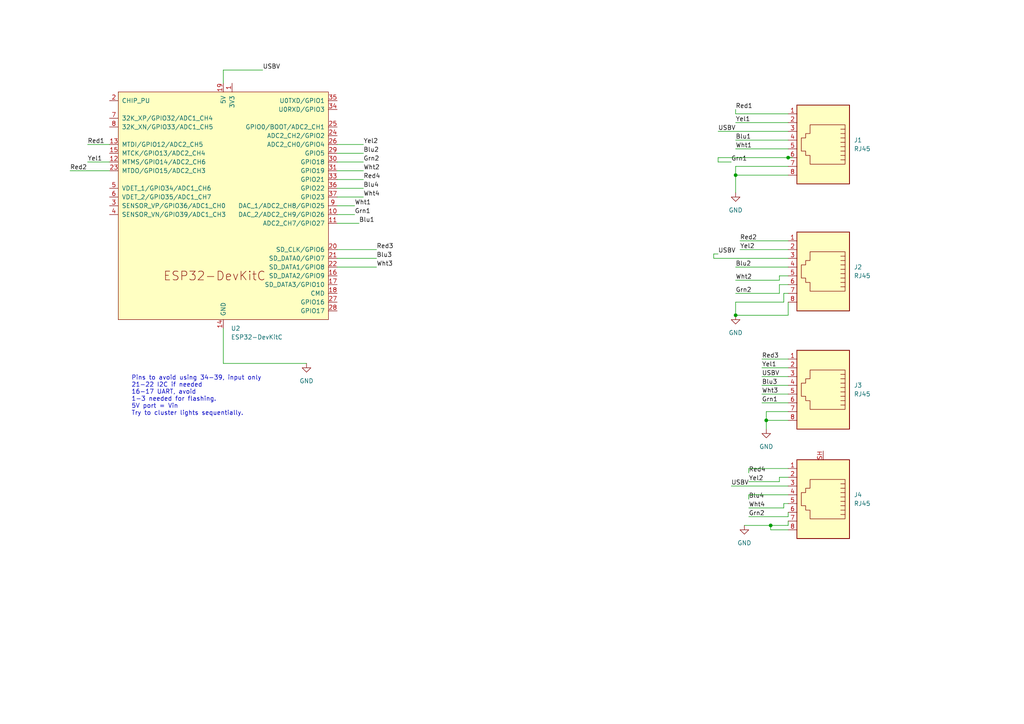
<source format=kicad_sch>
(kicad_sch (version 20230121) (generator eeschema)
  (paper "A4")
  (lib_symbols
    (symbol "Connector:8P8C_Shielded" (pin_names (offset 1.016))
      (property "Reference" "J" (at -5.08 13.97 0))
      (property "Value" "8P8C_Shielded" (at 2.54 13.97 0))
      (symbol "8P8C_Shielded_0_1"
        (polyline (pts (xy -5.08 4.445) (xy -6.35 4.445)))
        (polyline (pts (xy -5.08 5.715) (xy -6.35 5.715)))
        (polyline (pts (xy -6.35 -3.175) (xy -5.08 -3.175) (xy -5.08 -3.175)))
        (polyline (pts (xy -6.35 -1.905) (xy -5.08 -1.905) (xy -5.08 -1.905)))
        (polyline (pts (xy -6.35 -0.635) (xy -5.08 -0.635) (xy -5.08 -0.635)))
        (polyline (pts (xy -6.35 0.635) (xy -5.08 0.635) (xy -5.08 0.635)))
        (polyline (pts (xy -6.35 1.905) (xy -5.08 1.905) (xy -5.08 1.905)))
        (polyline (pts (xy -5.08 3.175) (xy -6.35 3.175) (xy -6.35 3.175)))
        (polyline (pts (xy -6.35 -4.445) (xy -6.35 6.985) (xy 3.81 6.985) (xy 3.81 4.445) (xy 5.08 4.445) (xy 5.08 3.175) (xy 6.35 3.175) (xy 6.35 -0.635) (xy 5.08 -0.635) (xy 5.08 -1.905) (xy 3.81 -1.905) (xy 3.81 -4.445) (xy -6.35 -4.445) (xy -6.35 -4.445)))
        (rectangle (start 7.62 12.7) (end -7.62 -10.16) (stroke (width 0.254)) (fill (type background)))
      )
      (symbol "8P8C_Shielded_1_1"
        (pin passive line (at 10.16 -7.62 180) (length 2.54) (name "~") (number "1"))
        (pin passive line (at 10.16 -5.08 180) (length 2.54) (name "~") (number "2"))
        (pin passive line (at 10.16 -2.54 180) (length 2.54) (name "~") (number "3"))
        (pin passive line (at 10.16 0 180) (length 2.54) (name "~") (number "4"))
        (pin passive line (at 10.16 2.54 180) (length 2.54) (name "~") (number "5"))
        (pin passive line (at 10.16 5.08 180) (length 2.54) (name "~") (number "6"))
        (pin passive line (at 10.16 7.62 180) (length 2.54) (name "~") (number "7"))
        (pin passive line (at 10.16 10.16 180) (length 2.54) (name "~") (number "8"))
        (pin passive line (at 0 -12.7 90) (length 2.54) (name "~") (number "SH"))
      )
    )
    (symbol "Connector:RJ45" (pin_names (offset 1.016))
      (property "Reference" "J" (at -5.08 13.97 0))
      (property "Value" "RJ45" (at 2.54 13.97 0))
      (symbol "RJ45_0_1"
        (polyline (pts (xy -5.08 4.445) (xy -6.35 4.445)))
        (polyline (pts (xy -5.08 5.715) (xy -6.35 5.715)))
        (polyline (pts (xy -6.35 -3.175) (xy -5.08 -3.175) (xy -5.08 -3.175)))
        (polyline (pts (xy -6.35 -1.905) (xy -5.08 -1.905) (xy -5.08 -1.905)))
        (polyline (pts (xy -6.35 -0.635) (xy -5.08 -0.635) (xy -5.08 -0.635)))
        (polyline (pts (xy -6.35 0.635) (xy -5.08 0.635) (xy -5.08 0.635)))
        (polyline (pts (xy -6.35 1.905) (xy -5.08 1.905) (xy -5.08 1.905)))
        (polyline (pts (xy -5.08 3.175) (xy -6.35 3.175) (xy -6.35 3.175)))
        (polyline (pts (xy -6.35 -4.445) (xy -6.35 6.985) (xy 3.81 6.985) (xy 3.81 4.445) (xy 5.08 4.445) (xy 5.08 3.175) (xy 6.35 3.175) (xy 6.35 -0.635) (xy 5.08 -0.635) (xy 5.08 -1.905) (xy 3.81 -1.905) (xy 3.81 -4.445) (xy -6.35 -4.445) (xy -6.35 -4.445)))
        (rectangle (start 7.62 12.7) (end -7.62 -10.16) (stroke (width 0.254)) (fill (type background)))
      )
      (symbol "RJ45_1_1"
        (pin passive line (at 10.16 -7.62 180) (length 2.54) (name "~") (number "1"))
        (pin passive line (at 10.16 -5.08 180) (length 2.54) (name "~") (number "2"))
        (pin passive line (at 10.16 -2.54 180) (length 2.54) (name "~") (number "3"))
        (pin passive line (at 10.16 0 180) (length 2.54) (name "~") (number "4"))
        (pin passive line (at 10.16 2.54 180) (length 2.54) (name "~") (number "5"))
        (pin passive line (at 10.16 5.08 180) (length 2.54) (name "~") (number "6"))
        (pin passive line (at 10.16 7.62 180) (length 2.54) (name "~") (number "7"))
        (pin passive line (at 10.16 10.16 180) (length 2.54) (name "~") (number "8"))
      )
    )
    (symbol "PCM_Espressif:ESP32-DevKitC" (pin_names (offset 1.016))
      (property "Reference" "U" (at -30.48 38.1 0))
      (property "Value" "ESP32-DevKitC" (at -30.48 35.56 0))
      (symbol "ESP32-DevKitC_0_0"
        (text "ESP32-DevKitC" (at -2.54 -20.32 0) (effects (font (size 2.54 2.54))))
        (pin power_in line (at 0 -35.56 90) (length 2.54) (name "GND") (number "14"))
        (pin power_in line (at 0 35.56 270) (length 2.54) (name "5V") (number "19"))
      )
      (symbol "ESP32-DevKitC_0_1"
        (rectangle (start -30.48 33.02) (end 30.48 -33.02) (fill (type background)))
      )
      (symbol "ESP32-DevKitC_1_1"
        (pin power_in line (at 2.54 35.56 270) (length 2.54) (name "3V3") (number "1"))
        (pin bidirectional line (at 33.02 -2.54 180) (length 2.54) (name "DAC_2/ADC2_CH9/GPIO26") (number "10"))
        (pin bidirectional line (at 33.02 -5.08 180) (length 2.54) (name "ADC2_CH7/GPIO27") (number "11"))
        (pin bidirectional line (at -33.02 12.7 0) (length 2.54) (name "MTMS/GPIO14/ADC2_CH6") (number "12"))
        (pin bidirectional line (at -33.02 17.78 0) (length 2.54) (name "MTDI/GPIO12/ADC2_CH5") (number "13"))
        (pin bidirectional line (at -33.02 15.24 0) (length 2.54) (name "MTCK/GPIO13/ADC2_CH4") (number "15"))
        (pin bidirectional line (at 33.02 -20.32 180) (length 2.54) (name "SD_DATA2/GPIO9") (number "16"))
        (pin bidirectional line (at 33.02 -22.86 180) (length 2.54) (name "SD_DATA3/GPIO10") (number "17"))
        (pin bidirectional line (at 33.02 -25.4 180) (length 2.54) (name "CMD") (number "18"))
        (pin input line (at -33.02 30.48 0) (length 2.54) (name "CHIP_PU") (number "2"))
        (pin bidirectional line (at 33.02 -12.7 180) (length 2.54) (name "SD_CLK/GPIO6") (number "20"))
        (pin bidirectional line (at 33.02 -15.24 180) (length 2.54) (name "SD_DATA0/GPIO7") (number "21"))
        (pin bidirectional line (at 33.02 -17.78 180) (length 2.54) (name "SD_DATA1/GPIO8") (number "22"))
        (pin bidirectional line (at -33.02 10.16 0) (length 2.54) (name "MTDO/GPIO15/ADC2_CH3") (number "23"))
        (pin bidirectional line (at 33.02 20.32 180) (length 2.54) (name "ADC2_CH2/GPIO2") (number "24"))
        (pin bidirectional line (at 33.02 22.86 180) (length 2.54) (name "GPIO0/BOOT/ADC2_CH1") (number "25"))
        (pin bidirectional line (at 33.02 17.78 180) (length 2.54) (name "ADC2_CH0/GPIO4") (number "26"))
        (pin bidirectional line (at 33.02 -27.94 180) (length 2.54) (name "GPIO16") (number "27"))
        (pin bidirectional line (at 33.02 -30.48 180) (length 2.54) (name "GPIO17") (number "28"))
        (pin bidirectional line (at 33.02 15.24 180) (length 2.54) (name "GPIO5") (number "29"))
        (pin input line (at -33.02 0 0) (length 2.54) (name "SENSOR_VP/GPIO36/ADC1_CH0") (number "3"))
        (pin bidirectional line (at 33.02 12.7 180) (length 2.54) (name "GPIO18") (number "30"))
        (pin bidirectional line (at 33.02 10.16 180) (length 2.54) (name "GPIO19") (number "31"))
        (pin passive line (at 0 -35.56 90) (length 2.54) hide (name "GND") (number "32"))
        (pin bidirectional line (at 33.02 7.62 180) (length 2.54) (name "GPIO21") (number "33"))
        (pin bidirectional line (at 33.02 27.94 180) (length 2.54) (name "U0RXD/GPIO3") (number "34"))
        (pin bidirectional line (at 33.02 30.48 180) (length 2.54) (name "U0TXD/GPIO1") (number "35"))
        (pin bidirectional line (at 33.02 5.08 180) (length 2.54) (name "GPIO22") (number "36"))
        (pin bidirectional line (at 33.02 2.54 180) (length 2.54) (name "GPIO23") (number "37"))
        (pin passive line (at 0 -35.56 90) (length 2.54) hide (name "GND") (number "38"))
        (pin input line (at -33.02 -2.54 0) (length 2.54) (name "SENSOR_VN/GPIO39/ADC1_CH3") (number "4"))
        (pin input line (at -33.02 5.08 0) (length 2.54) (name "VDET_1/GPIO34/ADC1_CH6") (number "5"))
        (pin input line (at -33.02 2.54 0) (length 2.54) (name "VDET_2/GPIO35/ADC1_CH7") (number "6"))
        (pin bidirectional line (at -33.02 25.4 0) (length 2.54) (name "32K_XP/GPIO32/ADC1_CH4") (number "7"))
        (pin bidirectional line (at -33.02 22.86 0) (length 2.54) (name "32K_XN/GPIO33/ADC1_CH5") (number "8"))
        (pin bidirectional line (at 33.02 0 180) (length 2.54) (name "DAC_1/ADC2_CH8/GPIO25") (number "9"))
      )
    )
    (symbol "power:GND" (power) (pin_names (offset 0))
      (property "Value" "GND" (at 0 -3.81 0))
      (symbol "GND_0_1"
        (polyline (pts (xy 0 0) (xy 0 -1.27) (xy 1.27 -1.27) (xy 0 -2.54) (xy -1.27 -1.27) (xy 0 -1.27)))
      )
      (symbol "GND_1_1"
        (pin power_in line (at 0 0 270) (length 0) hide (name "GND") (number "1"))
      )
    )
  )
  (junction (at 223.52 152.4))
  (junction (at 213.36 50.8))
  (junction (at 213.36 91.44))
  (junction (at 228.6 45.72))
  (junction (at 222.25 121.92))
  (wire (pts (xy 207.01 74.93) (xy 228.6 74.93)))
  (wire (pts (xy 228.6 121.92) (xy 222.25 121.92)))
  (wire (pts (xy 223.52 152.4) (xy 228.6 152.4)))
  (wire (pts (xy 25.4 41.91) (xy 31.75 41.91)))
  (wire (pts (xy 220.98 116.84) (xy 228.6 116.84)))
  (wire (pts (xy 97.79 41.91) (xy 105.41 41.91)))
  (wire (pts (xy 97.79 49.53) (xy 105.41 49.53)))
  (wire (pts (xy 217.17 139.7) (xy 226.06 139.7)))
  (wire (pts (xy 220.98 114.3) (xy 228.6 114.3)))
  (wire (pts (xy 226.06 81.28) (xy 226.06 80.01)))
  (wire (pts (xy 227.33 147.32) (xy 227.33 146.05)))
  (wire (pts (xy 213.36 85.09) (xy 226.06 85.09)))
  (wire (pts (xy 25.4 46.99) (xy 31.75 46.99)))
  (wire (pts (xy 213.36 91.44) (xy 213.36 87.63)))
  (wire (pts (xy 228.6 48.26) (xy 213.36 48.26)))
  (wire (pts (xy 226.06 139.7) (xy 226.06 138.43)))
  (wire (pts (xy 208.28 45.72) (xy 228.6 45.72)))
  (wire (pts (xy 213.36 33.02) (xy 213.36 31.75)))
  (wire (pts (xy 226.06 82.55) (xy 228.6 82.55)))
  (wire (pts (xy 208.28 38.1) (xy 228.6 38.1)))
  (wire (pts (xy 229.87 45.72) (xy 228.6 45.72)))
  (wire (pts (xy 228.6 87.63) (xy 228.6 91.44)))
  (wire (pts (xy 97.79 74.93) (xy 109.22 74.93)))
  (wire (pts (xy 213.36 35.56) (xy 228.6 35.56)))
  (wire (pts (xy 223.52 153.67) (xy 223.52 152.4)))
  (wire (pts (xy 228.6 135.89) (xy 217.17 135.89)))
  (wire (pts (xy 213.36 43.18) (xy 228.6 43.18)))
  (wire (pts (xy 227.33 146.05) (xy 228.6 146.05)))
  (wire (pts (xy 227.33 87.63) (xy 227.33 85.09)))
  (wire (pts (xy 217.17 149.86) (xy 228.6 149.86)))
  (wire (pts (xy 97.79 77.47) (xy 109.22 77.47)))
  (wire (pts (xy 227.33 85.09) (xy 228.6 85.09)))
  (wire (pts (xy 97.79 72.39) (xy 109.22 72.39)))
  (wire (pts (xy 228.6 143.51) (xy 217.17 143.51)))
  (wire (pts (xy 97.79 59.69) (xy 102.87 59.69)))
  (wire (pts (xy 64.77 24.13) (xy 64.77 20.32)))
  (wire (pts (xy 217.17 143.51) (xy 217.17 144.78)))
  (wire (pts (xy 208.28 45.72) (xy 208.28 46.99)))
  (wire (pts (xy 97.79 57.15) (xy 105.41 57.15)))
  (wire (pts (xy 208.28 73.66) (xy 207.01 73.66)))
  (wire (pts (xy 64.77 105.41) (xy 88.9 105.41)))
  (wire (pts (xy 217.17 135.89) (xy 217.17 137.16)))
  (wire (pts (xy 222.25 121.92) (xy 222.25 124.46)))
  (wire (pts (xy 226.06 80.01) (xy 228.6 80.01)))
  (wire (pts (xy 213.36 87.63) (xy 227.33 87.63)))
  (wire (pts (xy 213.36 81.28) (xy 226.06 81.28)))
  (wire (pts (xy 228.6 119.38) (xy 222.25 119.38)))
  (wire (pts (xy 228.6 33.02) (xy 213.36 33.02)))
  (wire (pts (xy 213.36 77.47) (xy 228.6 77.47)))
  (wire (pts (xy 97.79 64.77) (xy 104.14 64.77)))
  (wire (pts (xy 228.6 152.4) (xy 228.6 151.13)))
  (wire (pts (xy 213.36 91.44) (xy 228.6 91.44)))
  (wire (pts (xy 226.06 138.43) (xy 228.6 138.43)))
  (wire (pts (xy 64.77 95.25) (xy 64.77 105.41)))
  (wire (pts (xy 97.79 46.99) (xy 105.41 46.99)))
  (wire (pts (xy 228.6 109.22) (xy 220.98 109.22)))
  (wire (pts (xy 222.25 119.38) (xy 222.25 121.92)))
  (wire (pts (xy 228.6 149.86) (xy 228.6 148.59)))
  (wire (pts (xy 228.6 140.97) (xy 212.09 140.97)))
  (wire (pts (xy 207.01 73.66) (xy 207.01 74.93)))
  (wire (pts (xy 226.06 85.09) (xy 226.06 82.55)))
  (wire (pts (xy 97.79 44.45) (xy 105.41 44.45)))
  (wire (pts (xy 97.79 52.07) (xy 105.41 52.07)))
  (wire (pts (xy 97.79 54.61) (xy 105.41 54.61)))
  (wire (pts (xy 228.6 50.8) (xy 213.36 50.8)))
  (wire (pts (xy 208.28 46.99) (xy 212.09 46.99)))
  (wire (pts (xy 220.98 111.76) (xy 228.6 111.76)))
  (wire (pts (xy 220.98 104.14) (xy 228.6 104.14)))
  (wire (pts (xy 217.17 147.32) (xy 227.33 147.32)))
  (wire (pts (xy 31.75 49.53) (xy 20.32 49.53)))
  (wire (pts (xy 214.63 69.85) (xy 228.6 69.85)))
  (wire (pts (xy 220.98 106.68) (xy 228.6 106.68)))
  (wire (pts (xy 228.6 153.67) (xy 223.52 153.67)))
  (wire (pts (xy 214.63 72.39) (xy 228.6 72.39)))
  (wire (pts (xy 97.79 62.23) (xy 102.87 62.23)))
  (wire (pts (xy 213.36 48.26) (xy 213.36 50.8)))
  (wire (pts (xy 228.6 40.64) (xy 213.36 40.64)))
  (wire (pts (xy 215.9 152.4) (xy 223.52 152.4)))
  (wire (pts (xy 64.77 20.32) (xy 76.2 20.32)))
  (wire (pts (xy 213.36 50.8) (xy 213.36 55.88)))
  (text "Pins to avoid using 34-39, input only\n21-22 I2C if needed\n16-17 UART, avoid\n1-3 needed for flashing.\n5V port = Vin\nTry to cluster lights sequentially." (at 38.1 120.65 0) (effects (font (size 1.27 1.27)) (justify left bottom)))
  (label "Blu4" (at 105.41 54.61 0))
  (label "Yel1" (at 213.36 35.56 0))
  (label "Red4" (at 217.17 137.16 0))
  (label "Grn1" (at 220.98 116.84 0))
  (label "Wht4" (at 217.17 147.32 0))
  (label "Wht3" (at 109.22 77.47 0))
  (label "Yel2" (at 217.17 139.7 0))
  (label "Yel1" (at 25.4 46.99 0))
  (label "USBV" (at 76.2 20.32 0))
  (label "Blu1" (at 213.36 40.64 0))
  (label "Red1" (at 25.4 41.91 0))
  (label "Grn2" (at 105.41 46.99 0))
  (label "USBV" (at 208.28 73.66 0))
  (label "Blu3" (at 220.98 111.76 0))
  (label "Red2" (at 214.63 69.85 0))
  (label "Blu1" (at 104.14 64.77 0))
  (label "Wht1" (at 213.36 43.18 0))
  (label "Blu2" (at 213.36 77.47 0))
  (label "Grn1" (at 102.87 62.23 0))
  (label "Red1" (at 213.36 31.75 0))
  (label "Blu4" (at 217.17 144.78 0))
  (label "Wht2" (at 213.36 81.28 0))
  (label "Grn2" (at 217.17 149.86 0))
  (label "Yel2" (at 214.63 72.39 0))
  (label "Wht4" (at 105.41 57.15 0))
  (label "Wht1" (at 102.87 59.69 0))
  (label "Red4" (at 105.41 52.07 0))
  (label "Red3" (at 109.22 72.39 0))
  (label "Red3" (at 220.98 104.14 0))
  (label "Yel1" (at 220.98 106.68 0))
  (label "USBV" (at 212.09 140.97 0))
  (label "Blu2" (at 105.41 44.45 0))
  (label "Grn1" (at 212.09 46.99 0))
  (label "USBV" (at 208.28 38.1 0))
  (label "Wht2" (at 105.41 49.53 0))
  (label "Red2" (at 20.32 49.53 0))
  (label "Wht3" (at 220.98 114.3 0))
  (label "Grn2" (at 213.36 85.09 0))
  (label "USBV" (at 220.98 109.22 0))
  (label "Yel2" (at 105.41 41.91 0))
  (label "Blu3" (at 109.22 74.93 0))
  (symbol (lib_id "power:GND") (at 215.9 152.4 0) (unit 1)
    (property "Reference" "#PWR04" (effects hide))
    (property "Value" "GND" (at 215.9 157.48 0))
  )
  (symbol (lib_id "power:GND") (at 213.36 55.88 0) (unit 1)
    (property "Reference" "#PWR01" (effects hide))
    (property "Value" "GND" (at 213.36 60.96 0))
  )
  (symbol (lib_id "Connector:RJ45") (at 238.76 111.76 180) (unit 1)
    (property "Reference" "J3" (at 247.65 111.76 0) (effects (justify right)))
    (property "Value" "RJ45" (at 247.65 114.3 0) (effects (justify right)))
    (property "Footprint" "Connector_RJ:RJ45_Amphenol_54602-x08_Horizontal" (effects hide))
  )
  (symbol (lib_id "Connector:8P8C_Shielded") (at 238.76 143.51 180) (unit 1)
    (property "Reference" "J4" (at 247.65 143.51 0) (effects (justify right)))
    (property "Value" "RJ45" (at 247.65 146.05 0) (effects (justify right)))
    (property "Footprint" "Connector_RJ:RJ45_Amphenol_54602-x08_Horizontal" (effects hide))
  )
  (symbol (lib_id "PCM_Espressif:ESP32-DevKitC") (at 64.77 59.69 0) (unit 1)
    (property "Reference" "U2" (at 66.9641 95.25 0) (effects (justify left)))
    (property "Value" "ESP32-DevKitC" (at 66.9641 97.79 0) (effects (justify left)))
    (property "Footprint" "PCM_Espressif:ESP32-DevKitC" (effects hide))
    (property "Datasheet" "https://docs.espressif.com/projects/esp-idf/zh_CN/latest/esp32/hw-reference/esp32/get-started-devkitc.html" (effects hide))
  )
  (symbol (lib_id "Connector:RJ45") (at 238.76 40.64 180) (unit 1)
    (property "Reference" "J1" (at 247.65 40.64 0) (effects (justify right)))
    (property "Value" "RJ45" (at 247.65 43.18 0) (effects (justify right)))
    (property "Footprint" "Connector_RJ:RJ45_Amphenol_54602-x08_Horizontal" (effects hide))
  )
  (symbol (lib_id "power:GND") (at 213.36 91.44 0) (unit 1)
    (property "Reference" "#PWR02" (effects hide))
    (property "Value" "GND" (at 213.36 96.52 0))
  )
  (symbol (lib_id "Connector:RJ45") (at 238.76 77.47 180) (unit 1)
    (property "Reference" "J2" (at 247.65 77.47 0) (effects (justify right)))
    (property "Value" "RJ45" (at 247.65 80.01 0) (effects (justify right)))
    (property "Footprint" "Connector_RJ:RJ45_Amphenol_54602-x08_Horizontal" (effects hide))
  )
  (symbol (lib_id "power:GND") (at 88.9 105.41 0) (unit 1)
    (property "Reference" "#PWR05" (effects hide))
    (property "Value" "GND" (at 88.9 110.49 0))
  )
  (symbol (lib_id "power:GND") (at 222.25 124.46 0) (unit 1)
    (property "Reference" "#PWR03" (effects hide))
    (property "Value" "GND" (at 222.25 129.54 0))
  )
)
</source>
